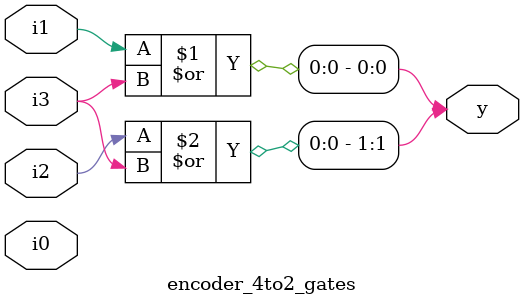
<source format=v>
module encoder_4to2_gates (i0,i1,i2,i3,y);
input i0,i1,i2,i3;
output [1:0] y;

or o1 (y[0],i1,i3);
or o2 (y[1],i2,i3);

endmodule

</source>
